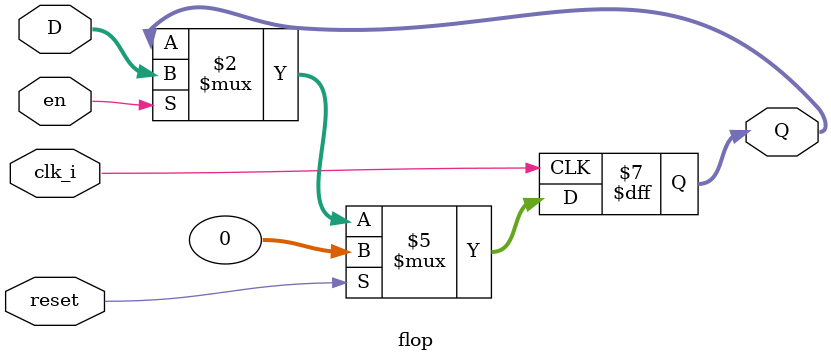
<source format=sv>
`timescale 1ns / 1ps
module flop #(
    parameter int WIDTH = 32
) (
    // Clock & control inputs
    input  logic             clk_i,
    input  logic             en,
    input  logic             reset,

    // data_i input
    input  logic [WIDTH-1:0] D,

    // data_i output
    output logic [WIDTH-1:0] Q
);

    always @(posedge clk_i) begin
        if      (reset) Q <= 0;
        else if (en)    Q <= D;
    end

endmodule

</source>
